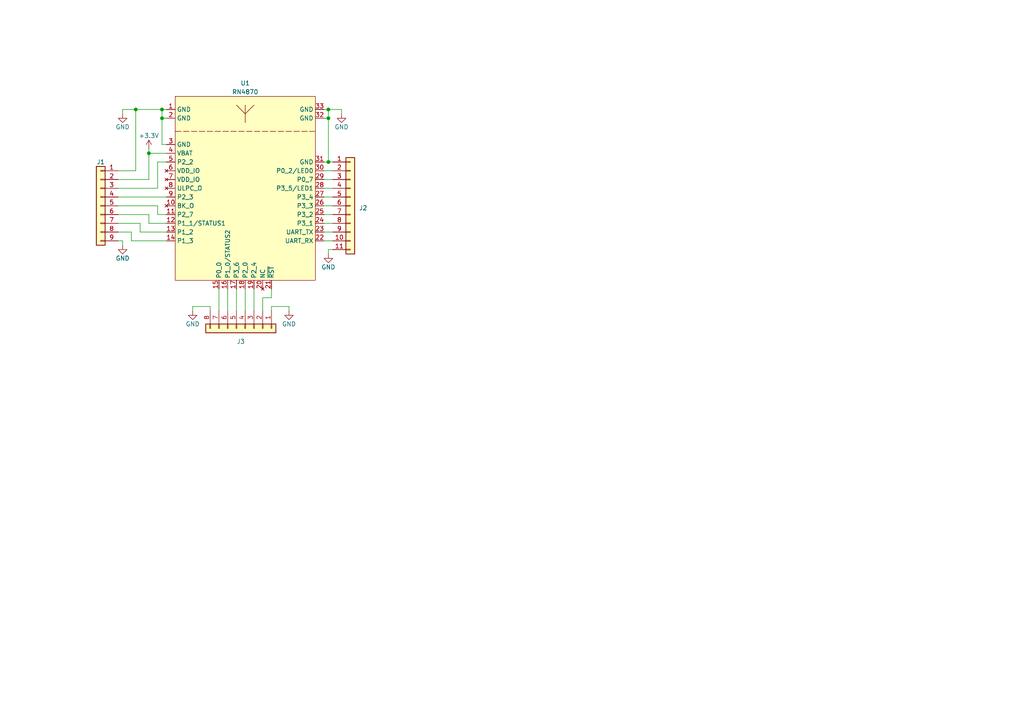
<source format=kicad_sch>
(kicad_sch (version 20230121) (generator eeschema)

  (uuid ca9fa157-33c4-4266-b75e-8dde9e3257d0)

  (paper "A4")

  (lib_symbols
    (symbol "Bluetooth:RN4870" (in_bom yes) (on_board yes)
      (property "Reference" "U" (at 0 30.48 0)
        (effects (font (size 1.27 1.27)))
      )
      (property "Value" "RN4870" (at 0 27.94 0)
        (effects (font (size 1.27 1.27)))
      )
      (property "Footprint" "" (at 12.7 30.48 0)
        (effects (font (size 1.27 1.27)) hide)
      )
      (property "Datasheet" "" (at 12.7 30.48 0)
        (effects (font (size 1.27 1.27)) hide)
      )
      (symbol "RN4870_0_1"
        (polyline
          (pts
            (xy 0 19.05)
            (xy 0 24.13)
          )
          (stroke (width 0) (type default))
          (fill (type none))
        )
        (polyline
          (pts
            (xy 2.54 24.13)
            (xy 0 21.59)
            (xy -2.54 24.13)
          )
          (stroke (width 0) (type default))
          (fill (type none))
        )
      )
      (symbol "RN4870_1_1"
        (rectangle (start -20.32 26.67) (end 20.32 -26.67)
          (stroke (width 0) (type default))
          (fill (type background))
        )
        (polyline
          (pts
            (xy 20.32 16.51)
            (xy -20.32 16.51)
          )
          (stroke (width 0) (type dash))
          (fill (type none))
        )
        (pin power_in line (at -22.86 22.86 0) (length 2.54)
          (name "GND" (effects (font (size 1.27 1.27))))
          (number "1" (effects (font (size 1.27 1.27))))
        )
        (pin no_connect line (at -22.86 -5.08 0) (length 2.54)
          (name "BK_O" (effects (font (size 1.27 1.27))))
          (number "10" (effects (font (size 1.27 1.27))))
        )
        (pin output line (at -22.86 -7.62 0) (length 2.54)
          (name "P2_7" (effects (font (size 1.27 1.27))))
          (number "11" (effects (font (size 1.27 1.27))))
        )
        (pin bidirectional line (at -22.86 -10.16 0) (length 2.54)
          (name "P1_1/STATUS1" (effects (font (size 1.27 1.27))))
          (number "12" (effects (font (size 1.27 1.27))))
        )
        (pin bidirectional line (at -22.86 -12.7 0) (length 2.54)
          (name "P1_2" (effects (font (size 1.27 1.27))))
          (number "13" (effects (font (size 1.27 1.27))))
        )
        (pin bidirectional line (at -22.86 -15.24 0) (length 2.54)
          (name "P1_3" (effects (font (size 1.27 1.27))))
          (number "14" (effects (font (size 1.27 1.27))))
        )
        (pin bidirectional line (at -7.62 -29.21 90) (length 2.54)
          (name "P0_0" (effects (font (size 1.27 1.27))))
          (number "15" (effects (font (size 1.27 1.27))))
        )
        (pin bidirectional line (at -5.08 -29.21 90) (length 2.54)
          (name "P1_0/STATUS2" (effects (font (size 1.27 1.27))))
          (number "16" (effects (font (size 1.27 1.27))))
        )
        (pin bidirectional line (at -2.54 -29.21 90) (length 2.54)
          (name "P3_6" (effects (font (size 1.27 1.27))))
          (number "17" (effects (font (size 1.27 1.27))))
        )
        (pin input line (at 0 -29.21 90) (length 2.54)
          (name "P2_0" (effects (font (size 1.27 1.27))))
          (number "18" (effects (font (size 1.27 1.27))))
        )
        (pin bidirectional line (at 2.54 -29.21 90) (length 2.54)
          (name "P2_4" (effects (font (size 1.27 1.27))))
          (number "19" (effects (font (size 1.27 1.27))))
        )
        (pin power_in line (at -22.86 20.32 0) (length 2.54)
          (name "GND" (effects (font (size 1.27 1.27))))
          (number "2" (effects (font (size 1.27 1.27))))
        )
        (pin no_connect line (at 5.08 -29.21 90) (length 2.54)
          (name "NC" (effects (font (size 1.27 1.27))))
          (number "20" (effects (font (size 1.27 1.27))))
        )
        (pin input line (at 7.62 -29.21 90) (length 2.54)
          (name "~{RST}" (effects (font (size 1.27 1.27))))
          (number "21" (effects (font (size 1.27 1.27))))
        )
        (pin input line (at 22.86 -15.24 180) (length 2.54)
          (name "UART_RX" (effects (font (size 1.27 1.27))))
          (number "22" (effects (font (size 1.27 1.27))))
        )
        (pin output line (at 22.86 -12.7 180) (length 2.54)
          (name "UART_TX" (effects (font (size 1.27 1.27))))
          (number "23" (effects (font (size 1.27 1.27))))
        )
        (pin bidirectional line (at 22.86 -10.16 180) (length 2.54)
          (name "P3_1" (effects (font (size 1.27 1.27))))
          (number "24" (effects (font (size 1.27 1.27))))
        )
        (pin input line (at 22.86 -7.62 180) (length 2.54)
          (name "P3_2" (effects (font (size 1.27 1.27))))
          (number "25" (effects (font (size 1.27 1.27))))
        )
        (pin input line (at 22.86 -5.08 180) (length 2.54)
          (name "P3_3" (effects (font (size 1.27 1.27))))
          (number "26" (effects (font (size 1.27 1.27))))
        )
        (pin input line (at 22.86 -2.54 180) (length 2.54)
          (name "P3_4" (effects (font (size 1.27 1.27))))
          (number "27" (effects (font (size 1.27 1.27))))
        )
        (pin bidirectional line (at 22.86 0 180) (length 2.54)
          (name "P3_5/LED1" (effects (font (size 1.27 1.27))))
          (number "28" (effects (font (size 1.27 1.27))))
        )
        (pin bidirectional line (at 22.86 2.54 180) (length 2.54)
          (name "P0_7" (effects (font (size 1.27 1.27))))
          (number "29" (effects (font (size 1.27 1.27))))
        )
        (pin power_in line (at -22.86 12.7 0) (length 2.54)
          (name "GND" (effects (font (size 1.27 1.27))))
          (number "3" (effects (font (size 1.27 1.27))))
        )
        (pin bidirectional line (at 22.86 5.08 180) (length 2.54)
          (name "P0_2/LED0" (effects (font (size 1.27 1.27))))
          (number "30" (effects (font (size 1.27 1.27))))
        )
        (pin power_in line (at 22.86 7.62 180) (length 2.54)
          (name "GND" (effects (font (size 1.27 1.27))))
          (number "31" (effects (font (size 1.27 1.27))))
        )
        (pin power_in line (at 22.86 20.32 180) (length 2.54)
          (name "GND" (effects (font (size 1.27 1.27))))
          (number "32" (effects (font (size 1.27 1.27))))
        )
        (pin power_in line (at 22.86 22.86 180) (length 2.54)
          (name "GND" (effects (font (size 1.27 1.27))))
          (number "33" (effects (font (size 1.27 1.27))))
        )
        (pin power_in line (at -22.86 10.16 0) (length 2.54)
          (name "VBAT" (effects (font (size 1.27 1.27))))
          (number "4" (effects (font (size 1.27 1.27))))
        )
        (pin bidirectional line (at -22.86 7.62 0) (length 2.54)
          (name "P2_2" (effects (font (size 1.27 1.27))))
          (number "5" (effects (font (size 1.27 1.27))))
        )
        (pin no_connect line (at -22.86 5.08 0) (length 2.54)
          (name "VDD_IO" (effects (font (size 1.27 1.27))))
          (number "6" (effects (font (size 1.27 1.27))))
        )
        (pin no_connect line (at -22.86 2.54 0) (length 2.54)
          (name "VDD_IO" (effects (font (size 1.27 1.27))))
          (number "7" (effects (font (size 1.27 1.27))))
        )
        (pin no_connect line (at -22.86 0 0) (length 2.54)
          (name "ULPC_O" (effects (font (size 1.27 1.27))))
          (number "8" (effects (font (size 1.27 1.27))))
        )
        (pin bidirectional line (at -22.86 -2.54 0) (length 2.54)
          (name "P2_3" (effects (font (size 1.27 1.27))))
          (number "9" (effects (font (size 1.27 1.27))))
        )
      )
    )
    (symbol "Connector_Generic:Conn_01x08" (pin_names (offset 1.016) hide) (in_bom yes) (on_board yes)
      (property "Reference" "J" (at 0 10.16 0)
        (effects (font (size 1.27 1.27)))
      )
      (property "Value" "Conn_01x08" (at 0 -12.7 0)
        (effects (font (size 1.27 1.27)))
      )
      (property "Footprint" "" (at 0 0 0)
        (effects (font (size 1.27 1.27)) hide)
      )
      (property "Datasheet" "~" (at 0 0 0)
        (effects (font (size 1.27 1.27)) hide)
      )
      (property "ki_keywords" "connector" (at 0 0 0)
        (effects (font (size 1.27 1.27)) hide)
      )
      (property "ki_description" "Generic connector, single row, 01x08, script generated (kicad-library-utils/schlib/autogen/connector/)" (at 0 0 0)
        (effects (font (size 1.27 1.27)) hide)
      )
      (property "ki_fp_filters" "Connector*:*_1x??_*" (at 0 0 0)
        (effects (font (size 1.27 1.27)) hide)
      )
      (symbol "Conn_01x08_1_1"
        (rectangle (start -1.27 -10.033) (end 0 -10.287)
          (stroke (width 0.1524) (type default))
          (fill (type none))
        )
        (rectangle (start -1.27 -7.493) (end 0 -7.747)
          (stroke (width 0.1524) (type default))
          (fill (type none))
        )
        (rectangle (start -1.27 -4.953) (end 0 -5.207)
          (stroke (width 0.1524) (type default))
          (fill (type none))
        )
        (rectangle (start -1.27 -2.413) (end 0 -2.667)
          (stroke (width 0.1524) (type default))
          (fill (type none))
        )
        (rectangle (start -1.27 0.127) (end 0 -0.127)
          (stroke (width 0.1524) (type default))
          (fill (type none))
        )
        (rectangle (start -1.27 2.667) (end 0 2.413)
          (stroke (width 0.1524) (type default))
          (fill (type none))
        )
        (rectangle (start -1.27 5.207) (end 0 4.953)
          (stroke (width 0.1524) (type default))
          (fill (type none))
        )
        (rectangle (start -1.27 7.747) (end 0 7.493)
          (stroke (width 0.1524) (type default))
          (fill (type none))
        )
        (rectangle (start -1.27 8.89) (end 1.27 -11.43)
          (stroke (width 0.254) (type default))
          (fill (type background))
        )
        (pin passive line (at -5.08 7.62 0) (length 3.81)
          (name "Pin_1" (effects (font (size 1.27 1.27))))
          (number "1" (effects (font (size 1.27 1.27))))
        )
        (pin passive line (at -5.08 5.08 0) (length 3.81)
          (name "Pin_2" (effects (font (size 1.27 1.27))))
          (number "2" (effects (font (size 1.27 1.27))))
        )
        (pin passive line (at -5.08 2.54 0) (length 3.81)
          (name "Pin_3" (effects (font (size 1.27 1.27))))
          (number "3" (effects (font (size 1.27 1.27))))
        )
        (pin passive line (at -5.08 0 0) (length 3.81)
          (name "Pin_4" (effects (font (size 1.27 1.27))))
          (number "4" (effects (font (size 1.27 1.27))))
        )
        (pin passive line (at -5.08 -2.54 0) (length 3.81)
          (name "Pin_5" (effects (font (size 1.27 1.27))))
          (number "5" (effects (font (size 1.27 1.27))))
        )
        (pin passive line (at -5.08 -5.08 0) (length 3.81)
          (name "Pin_6" (effects (font (size 1.27 1.27))))
          (number "6" (effects (font (size 1.27 1.27))))
        )
        (pin passive line (at -5.08 -7.62 0) (length 3.81)
          (name "Pin_7" (effects (font (size 1.27 1.27))))
          (number "7" (effects (font (size 1.27 1.27))))
        )
        (pin passive line (at -5.08 -10.16 0) (length 3.81)
          (name "Pin_8" (effects (font (size 1.27 1.27))))
          (number "8" (effects (font (size 1.27 1.27))))
        )
      )
    )
    (symbol "Connector_Generic:Conn_01x09" (pin_names (offset 1.016) hide) (in_bom yes) (on_board yes)
      (property "Reference" "J" (at 0 12.7 0)
        (effects (font (size 1.27 1.27)))
      )
      (property "Value" "Conn_01x09" (at 0 -12.7 0)
        (effects (font (size 1.27 1.27)))
      )
      (property "Footprint" "" (at 0 0 0)
        (effects (font (size 1.27 1.27)) hide)
      )
      (property "Datasheet" "~" (at 0 0 0)
        (effects (font (size 1.27 1.27)) hide)
      )
      (property "ki_keywords" "connector" (at 0 0 0)
        (effects (font (size 1.27 1.27)) hide)
      )
      (property "ki_description" "Generic connector, single row, 01x09, script generated (kicad-library-utils/schlib/autogen/connector/)" (at 0 0 0)
        (effects (font (size 1.27 1.27)) hide)
      )
      (property "ki_fp_filters" "Connector*:*_1x??_*" (at 0 0 0)
        (effects (font (size 1.27 1.27)) hide)
      )
      (symbol "Conn_01x09_1_1"
        (rectangle (start -1.27 -10.033) (end 0 -10.287)
          (stroke (width 0.1524) (type default))
          (fill (type none))
        )
        (rectangle (start -1.27 -7.493) (end 0 -7.747)
          (stroke (width 0.1524) (type default))
          (fill (type none))
        )
        (rectangle (start -1.27 -4.953) (end 0 -5.207)
          (stroke (width 0.1524) (type default))
          (fill (type none))
        )
        (rectangle (start -1.27 -2.413) (end 0 -2.667)
          (stroke (width 0.1524) (type default))
          (fill (type none))
        )
        (rectangle (start -1.27 0.127) (end 0 -0.127)
          (stroke (width 0.1524) (type default))
          (fill (type none))
        )
        (rectangle (start -1.27 2.667) (end 0 2.413)
          (stroke (width 0.1524) (type default))
          (fill (type none))
        )
        (rectangle (start -1.27 5.207) (end 0 4.953)
          (stroke (width 0.1524) (type default))
          (fill (type none))
        )
        (rectangle (start -1.27 7.747) (end 0 7.493)
          (stroke (width 0.1524) (type default))
          (fill (type none))
        )
        (rectangle (start -1.27 10.287) (end 0 10.033)
          (stroke (width 0.1524) (type default))
          (fill (type none))
        )
        (rectangle (start -1.27 11.43) (end 1.27 -11.43)
          (stroke (width 0.254) (type default))
          (fill (type background))
        )
        (pin passive line (at -5.08 10.16 0) (length 3.81)
          (name "Pin_1" (effects (font (size 1.27 1.27))))
          (number "1" (effects (font (size 1.27 1.27))))
        )
        (pin passive line (at -5.08 7.62 0) (length 3.81)
          (name "Pin_2" (effects (font (size 1.27 1.27))))
          (number "2" (effects (font (size 1.27 1.27))))
        )
        (pin passive line (at -5.08 5.08 0) (length 3.81)
          (name "Pin_3" (effects (font (size 1.27 1.27))))
          (number "3" (effects (font (size 1.27 1.27))))
        )
        (pin passive line (at -5.08 2.54 0) (length 3.81)
          (name "Pin_4" (effects (font (size 1.27 1.27))))
          (number "4" (effects (font (size 1.27 1.27))))
        )
        (pin passive line (at -5.08 0 0) (length 3.81)
          (name "Pin_5" (effects (font (size 1.27 1.27))))
          (number "5" (effects (font (size 1.27 1.27))))
        )
        (pin passive line (at -5.08 -2.54 0) (length 3.81)
          (name "Pin_6" (effects (font (size 1.27 1.27))))
          (number "6" (effects (font (size 1.27 1.27))))
        )
        (pin passive line (at -5.08 -5.08 0) (length 3.81)
          (name "Pin_7" (effects (font (size 1.27 1.27))))
          (number "7" (effects (font (size 1.27 1.27))))
        )
        (pin passive line (at -5.08 -7.62 0) (length 3.81)
          (name "Pin_8" (effects (font (size 1.27 1.27))))
          (number "8" (effects (font (size 1.27 1.27))))
        )
        (pin passive line (at -5.08 -10.16 0) (length 3.81)
          (name "Pin_9" (effects (font (size 1.27 1.27))))
          (number "9" (effects (font (size 1.27 1.27))))
        )
      )
    )
    (symbol "Connector_Generic:Conn_01x11" (pin_names (offset 1.016) hide) (in_bom yes) (on_board yes)
      (property "Reference" "J" (at 0 15.24 0)
        (effects (font (size 1.27 1.27)))
      )
      (property "Value" "Conn_01x11" (at 0 -15.24 0)
        (effects (font (size 1.27 1.27)))
      )
      (property "Footprint" "" (at 0 0 0)
        (effects (font (size 1.27 1.27)) hide)
      )
      (property "Datasheet" "~" (at 0 0 0)
        (effects (font (size 1.27 1.27)) hide)
      )
      (property "ki_keywords" "connector" (at 0 0 0)
        (effects (font (size 1.27 1.27)) hide)
      )
      (property "ki_description" "Generic connector, single row, 01x11, script generated (kicad-library-utils/schlib/autogen/connector/)" (at 0 0 0)
        (effects (font (size 1.27 1.27)) hide)
      )
      (property "ki_fp_filters" "Connector*:*_1x??_*" (at 0 0 0)
        (effects (font (size 1.27 1.27)) hide)
      )
      (symbol "Conn_01x11_1_1"
        (rectangle (start -1.27 -12.573) (end 0 -12.827)
          (stroke (width 0.1524) (type default))
          (fill (type none))
        )
        (rectangle (start -1.27 -10.033) (end 0 -10.287)
          (stroke (width 0.1524) (type default))
          (fill (type none))
        )
        (rectangle (start -1.27 -7.493) (end 0 -7.747)
          (stroke (width 0.1524) (type default))
          (fill (type none))
        )
        (rectangle (start -1.27 -4.953) (end 0 -5.207)
          (stroke (width 0.1524) (type default))
          (fill (type none))
        )
        (rectangle (start -1.27 -2.413) (end 0 -2.667)
          (stroke (width 0.1524) (type default))
          (fill (type none))
        )
        (rectangle (start -1.27 0.127) (end 0 -0.127)
          (stroke (width 0.1524) (type default))
          (fill (type none))
        )
        (rectangle (start -1.27 2.667) (end 0 2.413)
          (stroke (width 0.1524) (type default))
          (fill (type none))
        )
        (rectangle (start -1.27 5.207) (end 0 4.953)
          (stroke (width 0.1524) (type default))
          (fill (type none))
        )
        (rectangle (start -1.27 7.747) (end 0 7.493)
          (stroke (width 0.1524) (type default))
          (fill (type none))
        )
        (rectangle (start -1.27 10.287) (end 0 10.033)
          (stroke (width 0.1524) (type default))
          (fill (type none))
        )
        (rectangle (start -1.27 12.827) (end 0 12.573)
          (stroke (width 0.1524) (type default))
          (fill (type none))
        )
        (rectangle (start -1.27 13.97) (end 1.27 -13.97)
          (stroke (width 0.254) (type default))
          (fill (type background))
        )
        (pin passive line (at -5.08 12.7 0) (length 3.81)
          (name "Pin_1" (effects (font (size 1.27 1.27))))
          (number "1" (effects (font (size 1.27 1.27))))
        )
        (pin passive line (at -5.08 -10.16 0) (length 3.81)
          (name "Pin_10" (effects (font (size 1.27 1.27))))
          (number "10" (effects (font (size 1.27 1.27))))
        )
        (pin passive line (at -5.08 -12.7 0) (length 3.81)
          (name "Pin_11" (effects (font (size 1.27 1.27))))
          (number "11" (effects (font (size 1.27 1.27))))
        )
        (pin passive line (at -5.08 10.16 0) (length 3.81)
          (name "Pin_2" (effects (font (size 1.27 1.27))))
          (number "2" (effects (font (size 1.27 1.27))))
        )
        (pin passive line (at -5.08 7.62 0) (length 3.81)
          (name "Pin_3" (effects (font (size 1.27 1.27))))
          (number "3" (effects (font (size 1.27 1.27))))
        )
        (pin passive line (at -5.08 5.08 0) (length 3.81)
          (name "Pin_4" (effects (font (size 1.27 1.27))))
          (number "4" (effects (font (size 1.27 1.27))))
        )
        (pin passive line (at -5.08 2.54 0) (length 3.81)
          (name "Pin_5" (effects (font (size 1.27 1.27))))
          (number "5" (effects (font (size 1.27 1.27))))
        )
        (pin passive line (at -5.08 0 0) (length 3.81)
          (name "Pin_6" (effects (font (size 1.27 1.27))))
          (number "6" (effects (font (size 1.27 1.27))))
        )
        (pin passive line (at -5.08 -2.54 0) (length 3.81)
          (name "Pin_7" (effects (font (size 1.27 1.27))))
          (number "7" (effects (font (size 1.27 1.27))))
        )
        (pin passive line (at -5.08 -5.08 0) (length 3.81)
          (name "Pin_8" (effects (font (size 1.27 1.27))))
          (number "8" (effects (font (size 1.27 1.27))))
        )
        (pin passive line (at -5.08 -7.62 0) (length 3.81)
          (name "Pin_9" (effects (font (size 1.27 1.27))))
          (number "9" (effects (font (size 1.27 1.27))))
        )
      )
    )
    (symbol "power:+3.3V" (power) (pin_names (offset 0)) (in_bom yes) (on_board yes)
      (property "Reference" "#PWR" (at 0 -3.81 0)
        (effects (font (size 1.27 1.27)) hide)
      )
      (property "Value" "+3.3V" (at 0 3.556 0)
        (effects (font (size 1.27 1.27)))
      )
      (property "Footprint" "" (at 0 0 0)
        (effects (font (size 1.27 1.27)) hide)
      )
      (property "Datasheet" "" (at 0 0 0)
        (effects (font (size 1.27 1.27)) hide)
      )
      (property "ki_keywords" "global power" (at 0 0 0)
        (effects (font (size 1.27 1.27)) hide)
      )
      (property "ki_description" "Power symbol creates a global label with name \"+3.3V\"" (at 0 0 0)
        (effects (font (size 1.27 1.27)) hide)
      )
      (symbol "+3.3V_0_1"
        (polyline
          (pts
            (xy -0.762 1.27)
            (xy 0 2.54)
          )
          (stroke (width 0) (type default))
          (fill (type none))
        )
        (polyline
          (pts
            (xy 0 0)
            (xy 0 2.54)
          )
          (stroke (width 0) (type default))
          (fill (type none))
        )
        (polyline
          (pts
            (xy 0 2.54)
            (xy 0.762 1.27)
          )
          (stroke (width 0) (type default))
          (fill (type none))
        )
      )
      (symbol "+3.3V_1_1"
        (pin power_in line (at 0 0 90) (length 0) hide
          (name "+3.3V" (effects (font (size 1.27 1.27))))
          (number "1" (effects (font (size 1.27 1.27))))
        )
      )
    )
    (symbol "power:GND" (power) (pin_names (offset 0)) (in_bom yes) (on_board yes)
      (property "Reference" "#PWR" (at 0 -6.35 0)
        (effects (font (size 1.27 1.27)) hide)
      )
      (property "Value" "GND" (at 0 -3.81 0)
        (effects (font (size 1.27 1.27)))
      )
      (property "Footprint" "" (at 0 0 0)
        (effects (font (size 1.27 1.27)) hide)
      )
      (property "Datasheet" "" (at 0 0 0)
        (effects (font (size 1.27 1.27)) hide)
      )
      (property "ki_keywords" "global power" (at 0 0 0)
        (effects (font (size 1.27 1.27)) hide)
      )
      (property "ki_description" "Power symbol creates a global label with name \"GND\" , ground" (at 0 0 0)
        (effects (font (size 1.27 1.27)) hide)
      )
      (symbol "GND_0_1"
        (polyline
          (pts
            (xy 0 0)
            (xy 0 -1.27)
            (xy 1.27 -1.27)
            (xy 0 -2.54)
            (xy -1.27 -1.27)
            (xy 0 -1.27)
          )
          (stroke (width 0) (type default))
          (fill (type none))
        )
      )
      (symbol "GND_1_1"
        (pin power_in line (at 0 0 270) (length 0) hide
          (name "GND" (effects (font (size 1.27 1.27))))
          (number "1" (effects (font (size 1.27 1.27))))
        )
      )
    )
  )

  (junction (at 46.99 34.29) (diameter 0) (color 0 0 0 0)
    (uuid 1501419a-f587-4208-9aba-3f1415ecaad9)
  )
  (junction (at 43.18 44.45) (diameter 0) (color 0 0 0 0)
    (uuid 1ba14d9c-110a-42dd-9d18-bd34c8c0aea0)
  )
  (junction (at 39.37 31.75) (diameter 0) (color 0 0 0 0)
    (uuid 43fa18d5-30d0-4586-a0e2-656d135eff3f)
  )
  (junction (at 46.99 31.75) (diameter 0) (color 0 0 0 0)
    (uuid 6486afa7-8083-4745-ae2d-977a472a53ba)
  )
  (junction (at 95.25 34.29) (diameter 0) (color 0 0 0 0)
    (uuid 71047ca2-35a7-49e6-8d14-3a9a33766e34)
  )
  (junction (at 95.25 31.75) (diameter 0) (color 0 0 0 0)
    (uuid 78e64b84-ba25-4d96-9667-d30ec148b24f)
  )
  (junction (at 95.25 46.99) (diameter 0) (color 0 0 0 0)
    (uuid 8337a105-96ba-4d83-818a-dfbf2e44bdd5)
  )

  (wire (pts (xy 43.18 64.77) (xy 48.26 64.77))
    (stroke (width 0) (type default))
    (uuid 0391211b-cecf-48cd-8353-7ed3ac85279a)
  )
  (wire (pts (xy 76.2 86.36) (xy 78.74 86.36))
    (stroke (width 0) (type default))
    (uuid 0399095e-2138-4acf-950a-727afc16828a)
  )
  (wire (pts (xy 45.72 54.61) (xy 45.72 46.99))
    (stroke (width 0) (type default))
    (uuid 1032e59b-b799-433d-b841-cb8b0cf59f13)
  )
  (wire (pts (xy 63.5 83.82) (xy 63.5 90.17))
    (stroke (width 0) (type default))
    (uuid 186c9b00-9ef5-4904-b7e7-da9bf434fb19)
  )
  (wire (pts (xy 96.52 57.15) (xy 93.98 57.15))
    (stroke (width 0) (type default))
    (uuid 1aa66878-3576-498f-be91-8905a2c37c2d)
  )
  (wire (pts (xy 43.18 44.45) (xy 48.26 44.45))
    (stroke (width 0) (type default))
    (uuid 1bf681ec-0cf5-41a4-b26b-fbffe76b6d79)
  )
  (wire (pts (xy 96.52 69.85) (xy 93.98 69.85))
    (stroke (width 0) (type default))
    (uuid 1d58c052-f4cd-4f54-ab3c-fbc59dbef467)
  )
  (wire (pts (xy 95.25 72.39) (xy 96.52 72.39))
    (stroke (width 0) (type default))
    (uuid 1d6c977a-4e6b-46ae-a994-f6559af19b19)
  )
  (wire (pts (xy 78.74 88.9) (xy 78.74 90.17))
    (stroke (width 0) (type default))
    (uuid 2519863d-b10b-4ca6-b6c3-74bd64eda81e)
  )
  (wire (pts (xy 60.96 88.9) (xy 55.88 88.9))
    (stroke (width 0) (type default))
    (uuid 2bd5833a-83cc-4847-a047-6fb707fbebb3)
  )
  (wire (pts (xy 95.25 34.29) (xy 95.25 31.75))
    (stroke (width 0) (type default))
    (uuid 3214955d-58cf-47bc-ac55-f6227bea4f24)
  )
  (wire (pts (xy 66.04 83.82) (xy 66.04 90.17))
    (stroke (width 0) (type default))
    (uuid 3aca94ef-5d77-4520-88a7-b3441fbfa4d5)
  )
  (wire (pts (xy 34.29 62.23) (xy 43.18 62.23))
    (stroke (width 0) (type default))
    (uuid 410e4e3f-c921-4834-bbe1-8e0f46c575c4)
  )
  (wire (pts (xy 46.99 31.75) (xy 48.26 31.75))
    (stroke (width 0) (type default))
    (uuid 41a474af-ee8e-465e-ad9d-4756bcc0e969)
  )
  (wire (pts (xy 99.06 33.02) (xy 99.06 31.75))
    (stroke (width 0) (type default))
    (uuid 42579d6b-1cd8-4f84-9cd8-3746ad1a2e09)
  )
  (wire (pts (xy 34.29 69.85) (xy 35.56 69.85))
    (stroke (width 0) (type default))
    (uuid 42877dbf-b6a5-4c37-bf6f-721285d739e2)
  )
  (wire (pts (xy 96.52 59.69) (xy 93.98 59.69))
    (stroke (width 0) (type default))
    (uuid 42b1ce8f-2f54-4315-9efd-ab12a8261296)
  )
  (wire (pts (xy 60.96 90.17) (xy 60.96 88.9))
    (stroke (width 0) (type default))
    (uuid 459e1cb3-8843-4836-8f88-80586ff58d45)
  )
  (wire (pts (xy 96.52 67.31) (xy 93.98 67.31))
    (stroke (width 0) (type default))
    (uuid 4760aae5-4a3b-42a5-af1c-3b5c59ba44db)
  )
  (wire (pts (xy 99.06 31.75) (xy 95.25 31.75))
    (stroke (width 0) (type default))
    (uuid 51251b95-c0a9-43a3-8683-518e33bbff12)
  )
  (wire (pts (xy 34.29 59.69) (xy 45.72 59.69))
    (stroke (width 0) (type default))
    (uuid 53473595-1c58-455d-838a-b6cf3d39af8f)
  )
  (wire (pts (xy 40.64 67.31) (xy 40.64 64.77))
    (stroke (width 0) (type default))
    (uuid 53df3421-08e3-4fc1-b399-38eb18d18d5e)
  )
  (wire (pts (xy 96.52 64.77) (xy 93.98 64.77))
    (stroke (width 0) (type default))
    (uuid 5ab4de5a-e87b-4fa8-97f7-5573e1fb07c2)
  )
  (wire (pts (xy 39.37 31.75) (xy 39.37 49.53))
    (stroke (width 0) (type default))
    (uuid 5b1faf04-54d0-4caf-8194-71c6d13d1307)
  )
  (wire (pts (xy 34.29 67.31) (xy 38.1 67.31))
    (stroke (width 0) (type default))
    (uuid 5cfb7a9e-a528-4802-b144-6b2ccdae720c)
  )
  (wire (pts (xy 83.82 88.9) (xy 78.74 88.9))
    (stroke (width 0) (type default))
    (uuid 5e29ef72-5fa8-4399-8915-9a6246f5956a)
  )
  (wire (pts (xy 43.18 43.18) (xy 43.18 44.45))
    (stroke (width 0) (type default))
    (uuid 5e5b44ba-10f1-4bd0-a256-d344fbabba5c)
  )
  (wire (pts (xy 95.25 31.75) (xy 93.98 31.75))
    (stroke (width 0) (type default))
    (uuid 5f6b7fe8-3445-4cd2-9307-f0ce425c9374)
  )
  (wire (pts (xy 83.82 90.17) (xy 83.82 88.9))
    (stroke (width 0) (type default))
    (uuid 62231418-8059-4101-9861-689deebd316d)
  )
  (wire (pts (xy 93.98 34.29) (xy 95.25 34.29))
    (stroke (width 0) (type default))
    (uuid 64f17ea3-923c-40cc-8b39-7adce85194ad)
  )
  (wire (pts (xy 35.56 31.75) (xy 39.37 31.75))
    (stroke (width 0) (type default))
    (uuid 652fe4d6-676d-4d68-b33c-b84eb424cd6e)
  )
  (wire (pts (xy 96.52 62.23) (xy 93.98 62.23))
    (stroke (width 0) (type default))
    (uuid 67b28ae1-5f1e-47f3-b358-0de20f0937b2)
  )
  (wire (pts (xy 48.26 41.91) (xy 46.99 41.91))
    (stroke (width 0) (type default))
    (uuid 6c6c8f7b-dfc0-4f29-b7be-3f539990f33c)
  )
  (wire (pts (xy 76.2 90.17) (xy 76.2 86.36))
    (stroke (width 0) (type default))
    (uuid 6d856c9c-3a63-4d54-b3b8-c833bc5da18c)
  )
  (wire (pts (xy 46.99 34.29) (xy 48.26 34.29))
    (stroke (width 0) (type default))
    (uuid 73664c9f-0b5d-4ec7-9553-a58144f298bb)
  )
  (wire (pts (xy 34.29 54.61) (xy 45.72 54.61))
    (stroke (width 0) (type default))
    (uuid 76608c32-fe75-43c7-b822-41bd1983dd50)
  )
  (wire (pts (xy 95.25 46.99) (xy 93.98 46.99))
    (stroke (width 0) (type default))
    (uuid 78ba7850-a7b6-4537-a94f-07f522a294ab)
  )
  (wire (pts (xy 35.56 33.02) (xy 35.56 31.75))
    (stroke (width 0) (type default))
    (uuid 79f609cc-27a4-41e0-8794-0ccbb9759d12)
  )
  (wire (pts (xy 96.52 46.99) (xy 95.25 46.99))
    (stroke (width 0) (type default))
    (uuid 7c3ea864-70ef-43aa-ae3a-8aedd39a7302)
  )
  (wire (pts (xy 71.12 83.82) (xy 71.12 90.17))
    (stroke (width 0) (type default))
    (uuid 7db836c1-6e4d-4f95-b69c-fed8c3602905)
  )
  (wire (pts (xy 55.88 88.9) (xy 55.88 90.17))
    (stroke (width 0) (type default))
    (uuid 84fe9f7a-153a-452e-a4e8-003a68bf77d3)
  )
  (wire (pts (xy 96.52 54.61) (xy 93.98 54.61))
    (stroke (width 0) (type default))
    (uuid 98e8f7a5-b7e7-4bff-bc40-05d1267058ca)
  )
  (wire (pts (xy 38.1 69.85) (xy 48.26 69.85))
    (stroke (width 0) (type default))
    (uuid 99ed32b0-c56e-4608-b8ad-fd0a44617901)
  )
  (wire (pts (xy 96.52 49.53) (xy 93.98 49.53))
    (stroke (width 0) (type default))
    (uuid 9cf356df-a640-4186-a35b-1f693cabd621)
  )
  (wire (pts (xy 73.66 83.82) (xy 73.66 90.17))
    (stroke (width 0) (type default))
    (uuid 9dcd6c27-c77b-44c6-86fc-6ff6a9a9be6b)
  )
  (wire (pts (xy 95.25 34.29) (xy 95.25 46.99))
    (stroke (width 0) (type default))
    (uuid a5389d6e-8da0-491c-838b-722d62f6f773)
  )
  (wire (pts (xy 48.26 67.31) (xy 40.64 67.31))
    (stroke (width 0) (type default))
    (uuid a78f0a91-3a9e-4601-8472-a0e9e32363a0)
  )
  (wire (pts (xy 39.37 31.75) (xy 46.99 31.75))
    (stroke (width 0) (type default))
    (uuid a88755e5-80bd-486e-949e-1dae12c51c66)
  )
  (wire (pts (xy 39.37 49.53) (xy 34.29 49.53))
    (stroke (width 0) (type default))
    (uuid b011277c-9359-4849-a766-b2b351d3eb77)
  )
  (wire (pts (xy 46.99 41.91) (xy 46.99 34.29))
    (stroke (width 0) (type default))
    (uuid b4c01d58-2cb5-43cd-ad72-78f40ab677ae)
  )
  (wire (pts (xy 46.99 31.75) (xy 46.99 34.29))
    (stroke (width 0) (type default))
    (uuid b58c0663-b489-4452-b3e4-9b8b3c5157bd)
  )
  (wire (pts (xy 78.74 86.36) (xy 78.74 83.82))
    (stroke (width 0) (type default))
    (uuid be2c2afc-2444-4243-a755-8284c4f1fe66)
  )
  (wire (pts (xy 45.72 46.99) (xy 48.26 46.99))
    (stroke (width 0) (type default))
    (uuid c34e0d2a-f85f-40ca-8af5-9bdbae56ffb5)
  )
  (wire (pts (xy 45.72 59.69) (xy 45.72 62.23))
    (stroke (width 0) (type default))
    (uuid c809b540-3dcf-4cf6-94a7-e24a989eff88)
  )
  (wire (pts (xy 43.18 52.07) (xy 43.18 44.45))
    (stroke (width 0) (type default))
    (uuid ca63facb-5867-4efb-8b6d-014fdf26cb0e)
  )
  (wire (pts (xy 95.25 73.66) (xy 95.25 72.39))
    (stroke (width 0) (type default))
    (uuid cac9f0c1-1380-45f6-99ec-a8fd9d9d4be8)
  )
  (wire (pts (xy 45.72 62.23) (xy 48.26 62.23))
    (stroke (width 0) (type default))
    (uuid d0a31ef0-7728-4093-bcd6-f3a7c3031d86)
  )
  (wire (pts (xy 96.52 52.07) (xy 93.98 52.07))
    (stroke (width 0) (type default))
    (uuid d4b1dd75-2e1b-47bf-a860-7932b9580fe1)
  )
  (wire (pts (xy 34.29 57.15) (xy 48.26 57.15))
    (stroke (width 0) (type default))
    (uuid eb7ace1e-b08d-49a2-b4f3-255bf5ad559a)
  )
  (wire (pts (xy 38.1 67.31) (xy 38.1 69.85))
    (stroke (width 0) (type default))
    (uuid ee13e572-82d3-442f-babc-237ae36891c6)
  )
  (wire (pts (xy 43.18 62.23) (xy 43.18 64.77))
    (stroke (width 0) (type default))
    (uuid f33d4add-8ce3-4729-9322-f03ae2e0a350)
  )
  (wire (pts (xy 68.58 83.82) (xy 68.58 90.17))
    (stroke (width 0) (type default))
    (uuid f3c2cbd7-746c-4684-9fac-04dc4f070b4e)
  )
  (wire (pts (xy 40.64 64.77) (xy 34.29 64.77))
    (stroke (width 0) (type default))
    (uuid f99673bc-edce-4568-be37-e85092c9981f)
  )
  (wire (pts (xy 35.56 69.85) (xy 35.56 71.12))
    (stroke (width 0) (type default))
    (uuid fac69a73-16dc-4945-8203-9ca80a9292ae)
  )
  (wire (pts (xy 34.29 52.07) (xy 43.18 52.07))
    (stroke (width 0) (type default))
    (uuid ffe31f62-f9d4-4874-b668-ef3a837ffe72)
  )

  (symbol (lib_id "power:GND") (at 35.56 71.12 0) (unit 1)
    (in_bom yes) (on_board yes) (dnp no)
    (uuid 0cd28f11-581a-40e2-8b2f-eadd19b98092)
    (property "Reference" "#PWR04" (at 35.56 77.47 0)
      (effects (font (size 1.27 1.27)) hide)
    )
    (property "Value" "GND" (at 35.56 74.93 0)
      (effects (font (size 1.27 1.27)))
    )
    (property "Footprint" "" (at 35.56 71.12 0)
      (effects (font (size 1.27 1.27)) hide)
    )
    (property "Datasheet" "" (at 35.56 71.12 0)
      (effects (font (size 1.27 1.27)) hide)
    )
    (pin "1" (uuid 112aa45a-6e36-4cc8-826f-287795b227a5))
    (instances
      (project "RN4870_Breakout"
        (path "/ca9fa157-33c4-4266-b75e-8dde9e3257d0"
          (reference "#PWR04") (unit 1)
        )
      )
    )
  )

  (symbol (lib_id "Connector_Generic:Conn_01x11") (at 101.6 59.69 0) (unit 1)
    (in_bom yes) (on_board yes) (dnp no) (fields_autoplaced)
    (uuid 1a63be68-81c7-4b53-b278-23cf15f69389)
    (property "Reference" "J2" (at 104.14 60.325 0)
      (effects (font (size 1.27 1.27)) (justify left))
    )
    (property "Value" "Conn_01x11" (at 104.14 61.595 0)
      (effects (font (size 1.27 1.27)) (justify left) hide)
    )
    (property "Footprint" "" (at 101.6 59.69 0)
      (effects (font (size 1.27 1.27)) hide)
    )
    (property "Datasheet" "~" (at 101.6 59.69 0)
      (effects (font (size 1.27 1.27)) hide)
    )
    (pin "1" (uuid 8d9d7e77-608d-4986-ada2-a9e73ef1e71e))
    (pin "10" (uuid 258b82db-c78f-4fe0-aca0-69224ae7a6cf))
    (pin "11" (uuid e06eb1ac-1931-4a60-89c0-c631c3431138))
    (pin "2" (uuid 2b275081-c768-4dad-88f8-cf53f1c3d459))
    (pin "3" (uuid a31357c4-4d73-4364-b1f2-bbe49adf6837))
    (pin "4" (uuid 56a1afa3-5c77-46d5-a891-7b814d708281))
    (pin "5" (uuid eebc2d50-cdd0-4435-912a-02b44135b1e3))
    (pin "6" (uuid 2909e4e8-1410-4ecd-bab6-6d57b0256ae6))
    (pin "7" (uuid 967b8fd6-b154-430f-b481-ad82b84094e5))
    (pin "8" (uuid aef4be5c-e9f2-4b5e-a0a0-3d0dca543203))
    (pin "9" (uuid 959a31e2-a724-45b3-a0e4-777c10a2ba7f))
    (instances
      (project "RN4870_Breakout"
        (path "/ca9fa157-33c4-4266-b75e-8dde9e3257d0"
          (reference "J2") (unit 1)
        )
      )
    )
  )

  (symbol (lib_id "Bluetooth:RN4870") (at 71.12 54.61 0) (unit 1)
    (in_bom yes) (on_board yes) (dnp no) (fields_autoplaced)
    (uuid 32c0777a-b20e-46ec-8dbd-ac937fddf85d)
    (property "Reference" "U1" (at 71.12 24.13 0)
      (effects (font (size 1.27 1.27)))
    )
    (property "Value" "RN4870" (at 71.12 26.67 0)
      (effects (font (size 1.27 1.27)))
    )
    (property "Footprint" "" (at 83.82 24.13 0)
      (effects (font (size 1.27 1.27)) hide)
    )
    (property "Datasheet" "" (at 83.82 24.13 0)
      (effects (font (size 1.27 1.27)) hide)
    )
    (pin "1" (uuid b94038bd-0903-40b9-9849-0482c93ba9df))
    (pin "10" (uuid d071e78e-7d37-4437-b853-2256c2fb39e6))
    (pin "11" (uuid 78caab9a-d8cf-4b12-8515-594c8b4abe27))
    (pin "12" (uuid 199868e2-19c8-4c5e-b2c3-c18344b2384d))
    (pin "13" (uuid bf29b38b-ba73-4b4e-b8bc-99d99e6f57f9))
    (pin "14" (uuid 00e659d3-d8f8-4eef-af04-64e13dfeea54))
    (pin "15" (uuid ec1276f4-bd50-449b-90dd-45e11eca7f5e))
    (pin "16" (uuid c7bb9af8-1005-4489-9b8a-ac4595189bb9))
    (pin "17" (uuid 407e4b69-7390-4c4d-b71e-1311a6317403))
    (pin "18" (uuid 8c876d18-0382-411f-889e-5c2226d99689))
    (pin "19" (uuid 4183968e-0ef0-48ac-951a-579723bb7280))
    (pin "2" (uuid 6a5ffdfd-b202-4270-82e9-60d657e953e0))
    (pin "20" (uuid c3e8e2a0-c5f2-4218-b8f8-bb9dbb781837))
    (pin "21" (uuid e233098e-8eaf-47f4-a355-eb602717dc94))
    (pin "22" (uuid 7bd7914e-1ebe-4630-b0d0-e3b13b0910a2))
    (pin "23" (uuid 65ad65e1-0485-4799-aab3-644a3b3cc3ef))
    (pin "24" (uuid 423816f0-aa03-4020-8ef1-995d45f01b5c))
    (pin "25" (uuid 70c24cc0-79d3-4e20-b740-f2e2b45bc915))
    (pin "26" (uuid 4f2b920f-8904-4348-bff5-9fc95a6045fc))
    (pin "27" (uuid ae0e8460-5e6b-444a-a87c-6c8871077f8c))
    (pin "28" (uuid 9999e48b-2dfe-4cd1-802b-e45f16c7faa5))
    (pin "29" (uuid d74fe66d-6955-497c-b3c7-1da0e09b468f))
    (pin "3" (uuid 20badeea-9deb-414c-b37e-8d8a4018b17b))
    (pin "30" (uuid 8292c740-0e80-4e98-8e9e-dbaefa62bd38))
    (pin "31" (uuid fd3a2d63-a94d-460a-b69c-99649ae270d2))
    (pin "32" (uuid f451e628-195b-4ebc-a7f9-6c771e19026c))
    (pin "33" (uuid 857a8bb6-3bce-4c53-9fd1-13047cb9815d))
    (pin "4" (uuid dc2f6437-b4cf-4417-89f4-d5af1d0646e5))
    (pin "5" (uuid bfdda2bb-39f7-4678-ab1b-e095c6033aa6))
    (pin "6" (uuid 71fd4e0b-5ae5-482a-bc11-5d16331ac514))
    (pin "7" (uuid a5a91383-66c6-4ec6-a003-445ee246d89b))
    (pin "8" (uuid 8b64f8e7-e9d5-4d8c-be3b-5fb36cc81d07))
    (pin "9" (uuid fc6c3f34-4930-43d4-a8eb-b8c9c8c62ddd))
    (instances
      (project "RN4870_Breakout"
        (path "/ca9fa157-33c4-4266-b75e-8dde9e3257d0"
          (reference "U1") (unit 1)
        )
      )
    )
  )

  (symbol (lib_id "power:GND") (at 35.56 33.02 0) (unit 1)
    (in_bom yes) (on_board yes) (dnp no)
    (uuid 66d091c6-b9f5-4562-a3c0-93ac65f5d607)
    (property "Reference" "#PWR01" (at 35.56 39.37 0)
      (effects (font (size 1.27 1.27)) hide)
    )
    (property "Value" "GND" (at 35.56 36.83 0)
      (effects (font (size 1.27 1.27)))
    )
    (property "Footprint" "" (at 35.56 33.02 0)
      (effects (font (size 1.27 1.27)) hide)
    )
    (property "Datasheet" "" (at 35.56 33.02 0)
      (effects (font (size 1.27 1.27)) hide)
    )
    (pin "1" (uuid 5ec1fc2f-4f34-4a17-a430-2423edfb51e4))
    (instances
      (project "RN4870_Breakout"
        (path "/ca9fa157-33c4-4266-b75e-8dde9e3257d0"
          (reference "#PWR01") (unit 1)
        )
      )
    )
  )

  (symbol (lib_id "power:GND") (at 99.06 33.02 0) (unit 1)
    (in_bom yes) (on_board yes) (dnp no)
    (uuid 76925126-7d25-4c57-b53f-685230bcdf0e)
    (property "Reference" "#PWR02" (at 99.06 39.37 0)
      (effects (font (size 1.27 1.27)) hide)
    )
    (property "Value" "GND" (at 99.06 36.83 0)
      (effects (font (size 1.27 1.27)))
    )
    (property "Footprint" "" (at 99.06 33.02 0)
      (effects (font (size 1.27 1.27)) hide)
    )
    (property "Datasheet" "" (at 99.06 33.02 0)
      (effects (font (size 1.27 1.27)) hide)
    )
    (pin "1" (uuid 58ec8961-4914-409d-862e-fed702447798))
    (instances
      (project "RN4870_Breakout"
        (path "/ca9fa157-33c4-4266-b75e-8dde9e3257d0"
          (reference "#PWR02") (unit 1)
        )
      )
    )
  )

  (symbol (lib_id "Connector_Generic:Conn_01x09") (at 29.21 59.69 0) (mirror y) (unit 1)
    (in_bom yes) (on_board yes) (dnp no) (fields_autoplaced)
    (uuid 868c24ee-f48a-4a30-a22e-30089dc07226)
    (property "Reference" "J1" (at 29.21 46.99 0)
      (effects (font (size 1.27 1.27)))
    )
    (property "Value" "Conn_01x09" (at 29.21 46.99 0)
      (effects (font (size 1.27 1.27)) hide)
    )
    (property "Footprint" "" (at 29.21 59.69 0)
      (effects (font (size 1.27 1.27)) hide)
    )
    (property "Datasheet" "~" (at 29.21 59.69 0)
      (effects (font (size 1.27 1.27)) hide)
    )
    (pin "1" (uuid 21dea0dd-62bd-4e73-8cc0-83902dd3b8d5))
    (pin "2" (uuid 476f1a65-81c8-4921-b164-d0ca391aa166))
    (pin "3" (uuid a19f6c4b-aff3-4660-b3c5-1df1ff7dbfaf))
    (pin "4" (uuid 7344b074-e6a8-4e33-a1ee-f7830fb70c8e))
    (pin "5" (uuid ceb938df-5629-418e-8827-127510905db1))
    (pin "6" (uuid d74e2c28-84bd-49f6-b301-f8a65edc86e2))
    (pin "7" (uuid b0daa92b-b80f-403e-ba0f-5a0b854af4dd))
    (pin "8" (uuid 45b6bd99-3d71-483b-86b1-53c193e502bc))
    (pin "9" (uuid 803f053f-ea65-48fe-b727-4f5bffe9828e))
    (instances
      (project "RN4870_Breakout"
        (path "/ca9fa157-33c4-4266-b75e-8dde9e3257d0"
          (reference "J1") (unit 1)
        )
      )
    )
  )

  (symbol (lib_id "power:+3.3V") (at 43.18 43.18 0) (unit 1)
    (in_bom yes) (on_board yes) (dnp no) (fields_autoplaced)
    (uuid 9b4b3c75-4778-4a07-a594-8dd3212dfd75)
    (property "Reference" "#PWR03" (at 43.18 46.99 0)
      (effects (font (size 1.27 1.27)) hide)
    )
    (property "Value" "+3.3V" (at 43.18 39.37 0)
      (effects (font (size 1.27 1.27)))
    )
    (property "Footprint" "" (at 43.18 43.18 0)
      (effects (font (size 1.27 1.27)) hide)
    )
    (property "Datasheet" "" (at 43.18 43.18 0)
      (effects (font (size 1.27 1.27)) hide)
    )
    (pin "1" (uuid 79661c5a-1173-4e46-9fc3-81888a47c04d))
    (instances
      (project "RN4870_Breakout"
        (path "/ca9fa157-33c4-4266-b75e-8dde9e3257d0"
          (reference "#PWR03") (unit 1)
        )
      )
    )
  )

  (symbol (lib_id "power:GND") (at 55.88 90.17 0) (unit 1)
    (in_bom yes) (on_board yes) (dnp no)
    (uuid d17f6072-c383-4797-8d7d-6742199fbd57)
    (property "Reference" "#PWR06" (at 55.88 96.52 0)
      (effects (font (size 1.27 1.27)) hide)
    )
    (property "Value" "GND" (at 55.88 93.98 0)
      (effects (font (size 1.27 1.27)))
    )
    (property "Footprint" "" (at 55.88 90.17 0)
      (effects (font (size 1.27 1.27)) hide)
    )
    (property "Datasheet" "" (at 55.88 90.17 0)
      (effects (font (size 1.27 1.27)) hide)
    )
    (pin "1" (uuid 319ae21d-559a-47a2-8611-4017d97195fb))
    (instances
      (project "RN4870_Breakout"
        (path "/ca9fa157-33c4-4266-b75e-8dde9e3257d0"
          (reference "#PWR06") (unit 1)
        )
      )
    )
  )

  (symbol (lib_id "power:GND") (at 83.82 90.17 0) (unit 1)
    (in_bom yes) (on_board yes) (dnp no)
    (uuid d4a15502-c238-43f4-9bd8-0e1774905538)
    (property "Reference" "#PWR07" (at 83.82 96.52 0)
      (effects (font (size 1.27 1.27)) hide)
    )
    (property "Value" "GND" (at 83.82 93.98 0)
      (effects (font (size 1.27 1.27)))
    )
    (property "Footprint" "" (at 83.82 90.17 0)
      (effects (font (size 1.27 1.27)) hide)
    )
    (property "Datasheet" "" (at 83.82 90.17 0)
      (effects (font (size 1.27 1.27)) hide)
    )
    (pin "1" (uuid c933aeb4-29f0-471b-a892-a2f79fd107dd))
    (instances
      (project "RN4870_Breakout"
        (path "/ca9fa157-33c4-4266-b75e-8dde9e3257d0"
          (reference "#PWR07") (unit 1)
        )
      )
    )
  )

  (symbol (lib_id "Connector_Generic:Conn_01x08") (at 71.12 95.25 270) (unit 1)
    (in_bom yes) (on_board yes) (dnp no) (fields_autoplaced)
    (uuid e7a5aa98-3cdf-45b2-a496-991e5dc17356)
    (property "Reference" "J3" (at 69.85 99.06 90)
      (effects (font (size 1.27 1.27)))
    )
    (property "Value" "Conn_01x08" (at 69.85 101.6 90)
      (effects (font (size 1.27 1.27)) hide)
    )
    (property "Footprint" "" (at 71.12 95.25 0)
      (effects (font (size 1.27 1.27)) hide)
    )
    (property "Datasheet" "~" (at 71.12 95.25 0)
      (effects (font (size 1.27 1.27)) hide)
    )
    (pin "1" (uuid f7c29a4e-396f-4803-9dbe-0e2a1dbbe0f0))
    (pin "2" (uuid e573e872-e510-4c61-9fb8-a14e9ab27fd7))
    (pin "3" (uuid 67f23687-eab2-4bcc-b40b-eea5472ae609))
    (pin "4" (uuid cb6f3f2c-981f-4d75-a0b6-ff3ae2e705db))
    (pin "5" (uuid 3cdf9a5a-3408-4336-ba0b-a4a8894a7926))
    (pin "6" (uuid 5367c12e-5cc1-4591-8a9c-7a61febaf6f3))
    (pin "7" (uuid d05514a5-442e-4f13-b0c7-8d7f37bcd5f9))
    (pin "8" (uuid 6c21cdc9-2b72-4331-bc62-43ffa7d6586f))
    (instances
      (project "RN4870_Breakout"
        (path "/ca9fa157-33c4-4266-b75e-8dde9e3257d0"
          (reference "J3") (unit 1)
        )
      )
    )
  )

  (symbol (lib_id "power:GND") (at 95.25 73.66 0) (unit 1)
    (in_bom yes) (on_board yes) (dnp no)
    (uuid f59309a7-4218-4e38-b87b-c37782e65220)
    (property "Reference" "#PWR05" (at 95.25 80.01 0)
      (effects (font (size 1.27 1.27)) hide)
    )
    (property "Value" "GND" (at 95.25 77.47 0)
      (effects (font (size 1.27 1.27)))
    )
    (property "Footprint" "" (at 95.25 73.66 0)
      (effects (font (size 1.27 1.27)) hide)
    )
    (property "Datasheet" "" (at 95.25 73.66 0)
      (effects (font (size 1.27 1.27)) hide)
    )
    (pin "1" (uuid 51bdeeeb-079e-46af-a682-183d896a901d))
    (instances
      (project "RN4870_Breakout"
        (path "/ca9fa157-33c4-4266-b75e-8dde9e3257d0"
          (reference "#PWR05") (unit 1)
        )
      )
    )
  )

  (sheet_instances
    (path "/" (page "1"))
  )
)

</source>
